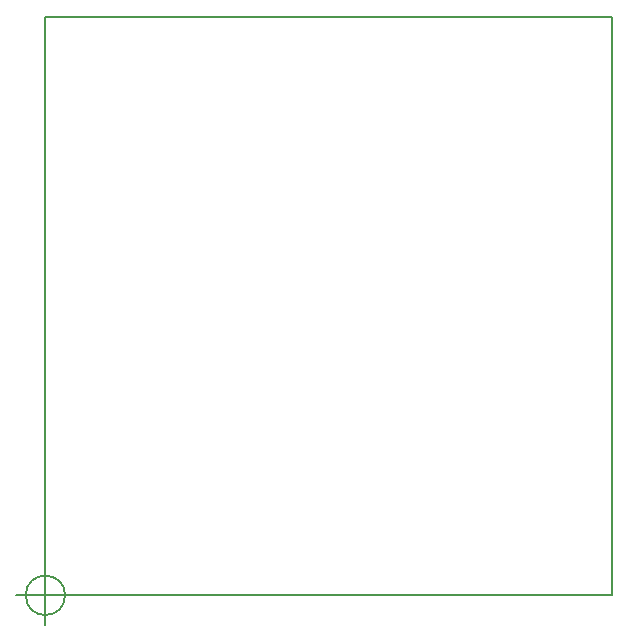
<source format=gbr>
G04 #@! TF.GenerationSoftware,KiCad,Pcbnew,(5.0.0)*
G04 #@! TF.CreationDate,2018-07-27T16:18:26+01:00*
G04 #@! TF.ProjectId,OpenSpritzer,4F70656E53707269747A65722E6B6963,rev?*
G04 #@! TF.SameCoordinates,Original*
G04 #@! TF.FileFunction,Profile,NP*
%FSLAX46Y46*%
G04 Gerber Fmt 4.6, Leading zero omitted, Abs format (unit mm)*
G04 Created by KiCad (PCBNEW (5.0.0)) date 07/27/18 16:18:26*
%MOMM*%
%LPD*%
G01*
G04 APERTURE LIST*
%ADD10C,0.200000*%
%ADD11C,0.150000*%
G04 APERTURE END LIST*
D10*
X83000000Y-130000000D02*
X83500000Y-130000000D01*
X83000000Y-81000000D02*
X83000000Y-130000000D01*
X131000000Y-81000000D02*
X83000000Y-81000000D01*
X131000000Y-81500000D02*
X131000000Y-81000000D01*
X131000000Y-130000000D02*
X131000000Y-81500000D01*
X83500000Y-130000000D02*
X131000000Y-130000000D01*
D11*
X84666666Y-130000000D02*
G75*
G03X84666666Y-130000000I-1666666J0D01*
G01*
X80500000Y-130000000D02*
X85500000Y-130000000D01*
X83000000Y-127500000D02*
X83000000Y-132500000D01*
M02*

</source>
